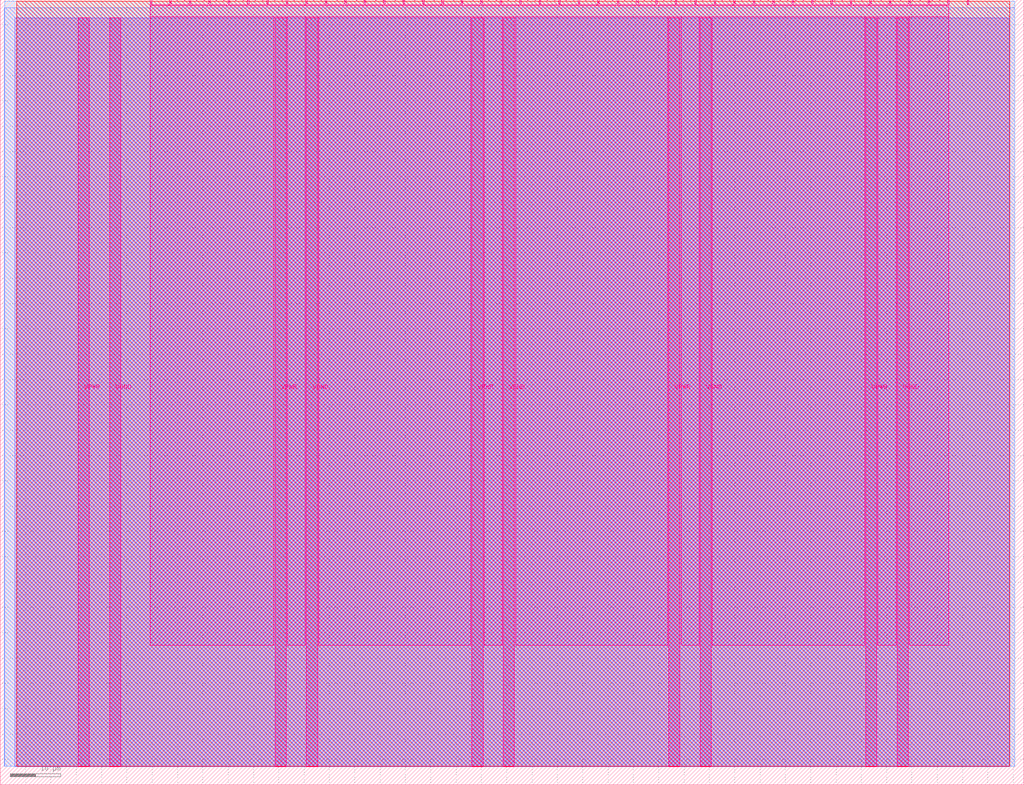
<source format=lef>
VERSION 5.7 ;
  NOWIREEXTENSIONATPIN ON ;
  DIVIDERCHAR "/" ;
  BUSBITCHARS "[]" ;
MACRO tt_um_sathworld_spi_pwm_peripheral
  CLASS BLOCK ;
  FOREIGN tt_um_sathworld_spi_pwm_peripheral ;
  ORIGIN 0.000 0.000 ;
  SIZE 202.080 BY 154.980 ;
  PIN VGND
    DIRECTION INOUT ;
    USE GROUND ;
    PORT
      LAYER Metal5 ;
        RECT 21.580 3.560 23.780 151.420 ;
    END
    PORT
      LAYER Metal5 ;
        RECT 60.450 3.560 62.650 151.420 ;
    END
    PORT
      LAYER Metal5 ;
        RECT 99.320 3.560 101.520 151.420 ;
    END
    PORT
      LAYER Metal5 ;
        RECT 138.190 3.560 140.390 151.420 ;
    END
    PORT
      LAYER Metal5 ;
        RECT 177.060 3.560 179.260 151.420 ;
    END
  END VGND
  PIN VPWR
    DIRECTION INOUT ;
    USE POWER ;
    PORT
      LAYER Metal5 ;
        RECT 15.380 3.560 17.580 151.420 ;
    END
    PORT
      LAYER Metal5 ;
        RECT 54.250 3.560 56.450 151.420 ;
    END
    PORT
      LAYER Metal5 ;
        RECT 93.120 3.560 95.320 151.420 ;
    END
    PORT
      LAYER Metal5 ;
        RECT 131.990 3.560 134.190 151.420 ;
    END
    PORT
      LAYER Metal5 ;
        RECT 170.860 3.560 173.060 151.420 ;
    END
  END VPWR
  PIN clk
    DIRECTION INPUT ;
    USE SIGNAL ;
    ANTENNAGATEAREA 0.213200 ;
    PORT
      LAYER Metal5 ;
        RECT 187.050 153.980 187.350 154.980 ;
    END
  END clk
  PIN ena
    DIRECTION INPUT ;
    USE SIGNAL ;
    PORT
      LAYER Metal5 ;
        RECT 190.890 153.980 191.190 154.980 ;
    END
  END ena
  PIN rst_n
    DIRECTION INPUT ;
    USE SIGNAL ;
    ANTENNAGATEAREA 0.639600 ;
    PORT
      LAYER Metal5 ;
        RECT 183.210 153.980 183.510 154.980 ;
    END
  END rst_n
  PIN ui_in[0]
    DIRECTION INPUT ;
    USE SIGNAL ;
    ANTENNAGATEAREA 2.005900 ;
    ANTENNADIFFAREA 6.046200 ;
    PORT
      LAYER Metal5 ;
        RECT 179.370 153.980 179.670 154.980 ;
    END
  END ui_in[0]
  PIN ui_in[1]
    DIRECTION INPUT ;
    USE SIGNAL ;
    ANTENNAGATEAREA 0.180700 ;
    PORT
      LAYER Metal5 ;
        RECT 175.530 153.980 175.830 154.980 ;
    END
  END ui_in[1]
  PIN ui_in[2]
    DIRECTION INPUT ;
    USE SIGNAL ;
    ANTENNAGATEAREA 0.180700 ;
    PORT
      LAYER Metal5 ;
        RECT 171.690 153.980 171.990 154.980 ;
    END
  END ui_in[2]
  PIN ui_in[3]
    DIRECTION INPUT ;
    USE SIGNAL ;
    PORT
      LAYER Metal5 ;
        RECT 167.850 153.980 168.150 154.980 ;
    END
  END ui_in[3]
  PIN ui_in[4]
    DIRECTION INPUT ;
    USE SIGNAL ;
    PORT
      LAYER Metal5 ;
        RECT 164.010 153.980 164.310 154.980 ;
    END
  END ui_in[4]
  PIN ui_in[5]
    DIRECTION INPUT ;
    USE SIGNAL ;
    PORT
      LAYER Metal5 ;
        RECT 160.170 153.980 160.470 154.980 ;
    END
  END ui_in[5]
  PIN ui_in[6]
    DIRECTION INPUT ;
    USE SIGNAL ;
    PORT
      LAYER Metal5 ;
        RECT 156.330 153.980 156.630 154.980 ;
    END
  END ui_in[6]
  PIN ui_in[7]
    DIRECTION INPUT ;
    USE SIGNAL ;
    PORT
      LAYER Metal5 ;
        RECT 152.490 153.980 152.790 154.980 ;
    END
  END ui_in[7]
  PIN uio_in[0]
    DIRECTION INPUT ;
    USE SIGNAL ;
    PORT
      LAYER Metal5 ;
        RECT 148.650 153.980 148.950 154.980 ;
    END
  END uio_in[0]
  PIN uio_in[1]
    DIRECTION INPUT ;
    USE SIGNAL ;
    PORT
      LAYER Metal5 ;
        RECT 144.810 153.980 145.110 154.980 ;
    END
  END uio_in[1]
  PIN uio_in[2]
    DIRECTION INPUT ;
    USE SIGNAL ;
    PORT
      LAYER Metal5 ;
        RECT 140.970 153.980 141.270 154.980 ;
    END
  END uio_in[2]
  PIN uio_in[3]
    DIRECTION INPUT ;
    USE SIGNAL ;
    PORT
      LAYER Metal5 ;
        RECT 137.130 153.980 137.430 154.980 ;
    END
  END uio_in[3]
  PIN uio_in[4]
    DIRECTION INPUT ;
    USE SIGNAL ;
    PORT
      LAYER Metal5 ;
        RECT 133.290 153.980 133.590 154.980 ;
    END
  END uio_in[4]
  PIN uio_in[5]
    DIRECTION INPUT ;
    USE SIGNAL ;
    PORT
      LAYER Metal5 ;
        RECT 129.450 153.980 129.750 154.980 ;
    END
  END uio_in[5]
  PIN uio_in[6]
    DIRECTION INPUT ;
    USE SIGNAL ;
    PORT
      LAYER Metal5 ;
        RECT 125.610 153.980 125.910 154.980 ;
    END
  END uio_in[6]
  PIN uio_in[7]
    DIRECTION INPUT ;
    USE SIGNAL ;
    PORT
      LAYER Metal5 ;
        RECT 121.770 153.980 122.070 154.980 ;
    END
  END uio_in[7]
  PIN uio_oe[0]
    DIRECTION OUTPUT ;
    USE SIGNAL ;
    ANTENNADIFFAREA 0.392700 ;
    PORT
      LAYER Metal5 ;
        RECT 56.490 153.980 56.790 154.980 ;
    END
  END uio_oe[0]
  PIN uio_oe[1]
    DIRECTION OUTPUT ;
    USE SIGNAL ;
    ANTENNADIFFAREA 0.392700 ;
    PORT
      LAYER Metal5 ;
        RECT 52.650 153.980 52.950 154.980 ;
    END
  END uio_oe[1]
  PIN uio_oe[2]
    DIRECTION OUTPUT ;
    USE SIGNAL ;
    ANTENNADIFFAREA 0.392700 ;
    PORT
      LAYER Metal5 ;
        RECT 48.810 153.980 49.110 154.980 ;
    END
  END uio_oe[2]
  PIN uio_oe[3]
    DIRECTION OUTPUT ;
    USE SIGNAL ;
    ANTENNADIFFAREA 0.392700 ;
    PORT
      LAYER Metal5 ;
        RECT 44.970 153.980 45.270 154.980 ;
    END
  END uio_oe[3]
  PIN uio_oe[4]
    DIRECTION OUTPUT ;
    USE SIGNAL ;
    ANTENNADIFFAREA 0.392700 ;
    PORT
      LAYER Metal5 ;
        RECT 41.130 153.980 41.430 154.980 ;
    END
  END uio_oe[4]
  PIN uio_oe[5]
    DIRECTION OUTPUT ;
    USE SIGNAL ;
    ANTENNADIFFAREA 0.392700 ;
    PORT
      LAYER Metal5 ;
        RECT 37.290 153.980 37.590 154.980 ;
    END
  END uio_oe[5]
  PIN uio_oe[6]
    DIRECTION OUTPUT ;
    USE SIGNAL ;
    ANTENNADIFFAREA 0.392700 ;
    PORT
      LAYER Metal5 ;
        RECT 33.450 153.980 33.750 154.980 ;
    END
  END uio_oe[6]
  PIN uio_oe[7]
    DIRECTION OUTPUT ;
    USE SIGNAL ;
    ANTENNADIFFAREA 0.392700 ;
    PORT
      LAYER Metal5 ;
        RECT 29.610 153.980 29.910 154.980 ;
    END
  END uio_oe[7]
  PIN uio_out[0]
    DIRECTION OUTPUT ;
    USE SIGNAL ;
    ANTENNADIFFAREA 0.299200 ;
    PORT
      LAYER Metal5 ;
        RECT 87.210 153.980 87.510 154.980 ;
    END
  END uio_out[0]
  PIN uio_out[1]
    DIRECTION OUTPUT ;
    USE SIGNAL ;
    ANTENNADIFFAREA 0.299200 ;
    PORT
      LAYER Metal5 ;
        RECT 83.370 153.980 83.670 154.980 ;
    END
  END uio_out[1]
  PIN uio_out[2]
    DIRECTION OUTPUT ;
    USE SIGNAL ;
    ANTENNADIFFAREA 0.299200 ;
    PORT
      LAYER Metal5 ;
        RECT 79.530 153.980 79.830 154.980 ;
    END
  END uio_out[2]
  PIN uio_out[3]
    DIRECTION OUTPUT ;
    USE SIGNAL ;
    ANTENNADIFFAREA 0.299200 ;
    PORT
      LAYER Metal5 ;
        RECT 75.690 153.980 75.990 154.980 ;
    END
  END uio_out[3]
  PIN uio_out[4]
    DIRECTION OUTPUT ;
    USE SIGNAL ;
    ANTENNADIFFAREA 0.299200 ;
    PORT
      LAYER Metal5 ;
        RECT 71.850 153.980 72.150 154.980 ;
    END
  END uio_out[4]
  PIN uio_out[5]
    DIRECTION OUTPUT ;
    USE SIGNAL ;
    ANTENNADIFFAREA 0.299200 ;
    PORT
      LAYER Metal5 ;
        RECT 68.010 153.980 68.310 154.980 ;
    END
  END uio_out[5]
  PIN uio_out[6]
    DIRECTION OUTPUT ;
    USE SIGNAL ;
    ANTENNADIFFAREA 0.299200 ;
    PORT
      LAYER Metal5 ;
        RECT 64.170 153.980 64.470 154.980 ;
    END
  END uio_out[6]
  PIN uio_out[7]
    DIRECTION OUTPUT ;
    USE SIGNAL ;
    ANTENNADIFFAREA 0.706800 ;
    PORT
      LAYER Metal5 ;
        RECT 60.330 153.980 60.630 154.980 ;
    END
  END uio_out[7]
  PIN uo_out[0]
    DIRECTION OUTPUT ;
    USE SIGNAL ;
    ANTENNADIFFAREA 0.632400 ;
    PORT
      LAYER Metal5 ;
        RECT 117.930 153.980 118.230 154.980 ;
    END
  END uo_out[0]
  PIN uo_out[1]
    DIRECTION OUTPUT ;
    USE SIGNAL ;
    ANTENNADIFFAREA 0.632400 ;
    PORT
      LAYER Metal5 ;
        RECT 114.090 153.980 114.390 154.980 ;
    END
  END uo_out[1]
  PIN uo_out[2]
    DIRECTION OUTPUT ;
    USE SIGNAL ;
    ANTENNADIFFAREA 0.632400 ;
    PORT
      LAYER Metal5 ;
        RECT 110.250 153.980 110.550 154.980 ;
    END
  END uo_out[2]
  PIN uo_out[3]
    DIRECTION OUTPUT ;
    USE SIGNAL ;
    ANTENNADIFFAREA 0.632400 ;
    PORT
      LAYER Metal5 ;
        RECT 106.410 153.980 106.710 154.980 ;
    END
  END uo_out[3]
  PIN uo_out[4]
    DIRECTION OUTPUT ;
    USE SIGNAL ;
    ANTENNADIFFAREA 0.632400 ;
    PORT
      LAYER Metal5 ;
        RECT 102.570 153.980 102.870 154.980 ;
    END
  END uo_out[4]
  PIN uo_out[5]
    DIRECTION OUTPUT ;
    USE SIGNAL ;
    ANTENNADIFFAREA 0.632400 ;
    PORT
      LAYER Metal5 ;
        RECT 98.730 153.980 99.030 154.980 ;
    END
  END uo_out[5]
  PIN uo_out[6]
    DIRECTION OUTPUT ;
    USE SIGNAL ;
    ANTENNADIFFAREA 0.632400 ;
    PORT
      LAYER Metal5 ;
        RECT 94.890 153.980 95.190 154.980 ;
    END
  END uo_out[6]
  PIN uo_out[7]
    DIRECTION OUTPUT ;
    USE SIGNAL ;
    ANTENNADIFFAREA 0.632400 ;
    PORT
      LAYER Metal5 ;
        RECT 91.050 153.980 91.350 154.980 ;
    END
  END uo_out[7]
  OBS
      LAYER GatPoly ;
        RECT 2.880 3.630 199.200 151.350 ;
      LAYER Metal1 ;
        RECT 2.880 3.560 199.200 151.420 ;
      LAYER Metal2 ;
        RECT 0.815 3.680 200.305 153.400 ;
      LAYER Metal3 ;
        RECT 0.860 3.635 200.260 154.705 ;
      LAYER Metal4 ;
        RECT 3.215 3.680 199.345 154.660 ;
      LAYER Metal5 ;
        RECT 30.120 153.770 33.240 153.980 ;
        RECT 33.960 153.770 37.080 153.980 ;
        RECT 37.800 153.770 40.920 153.980 ;
        RECT 41.640 153.770 44.760 153.980 ;
        RECT 45.480 153.770 48.600 153.980 ;
        RECT 49.320 153.770 52.440 153.980 ;
        RECT 53.160 153.770 56.280 153.980 ;
        RECT 57.000 153.770 60.120 153.980 ;
        RECT 60.840 153.770 63.960 153.980 ;
        RECT 64.680 153.770 67.800 153.980 ;
        RECT 68.520 153.770 71.640 153.980 ;
        RECT 72.360 153.770 75.480 153.980 ;
        RECT 76.200 153.770 79.320 153.980 ;
        RECT 80.040 153.770 83.160 153.980 ;
        RECT 83.880 153.770 87.000 153.980 ;
        RECT 87.720 153.770 90.840 153.980 ;
        RECT 91.560 153.770 94.680 153.980 ;
        RECT 95.400 153.770 98.520 153.980 ;
        RECT 99.240 153.770 102.360 153.980 ;
        RECT 103.080 153.770 106.200 153.980 ;
        RECT 106.920 153.770 110.040 153.980 ;
        RECT 110.760 153.770 113.880 153.980 ;
        RECT 114.600 153.770 117.720 153.980 ;
        RECT 118.440 153.770 121.560 153.980 ;
        RECT 122.280 153.770 125.400 153.980 ;
        RECT 126.120 153.770 129.240 153.980 ;
        RECT 129.960 153.770 133.080 153.980 ;
        RECT 133.800 153.770 136.920 153.980 ;
        RECT 137.640 153.770 140.760 153.980 ;
        RECT 141.480 153.770 144.600 153.980 ;
        RECT 145.320 153.770 148.440 153.980 ;
        RECT 149.160 153.770 152.280 153.980 ;
        RECT 153.000 153.770 156.120 153.980 ;
        RECT 156.840 153.770 159.960 153.980 ;
        RECT 160.680 153.770 163.800 153.980 ;
        RECT 164.520 153.770 167.640 153.980 ;
        RECT 168.360 153.770 171.480 153.980 ;
        RECT 172.200 153.770 175.320 153.980 ;
        RECT 176.040 153.770 179.160 153.980 ;
        RECT 179.880 153.770 183.000 153.980 ;
        RECT 183.720 153.770 186.840 153.980 ;
        RECT 29.660 151.630 187.300 153.770 ;
        RECT 29.660 27.575 54.040 151.630 ;
        RECT 56.660 27.575 60.240 151.630 ;
        RECT 62.860 27.575 92.910 151.630 ;
        RECT 95.530 27.575 99.110 151.630 ;
        RECT 101.730 27.575 131.780 151.630 ;
        RECT 134.400 27.575 137.980 151.630 ;
        RECT 140.600 27.575 170.650 151.630 ;
        RECT 173.270 27.575 176.850 151.630 ;
        RECT 179.470 27.575 187.300 151.630 ;
  END
END tt_um_sathworld_spi_pwm_peripheral
END LIBRARY


</source>
